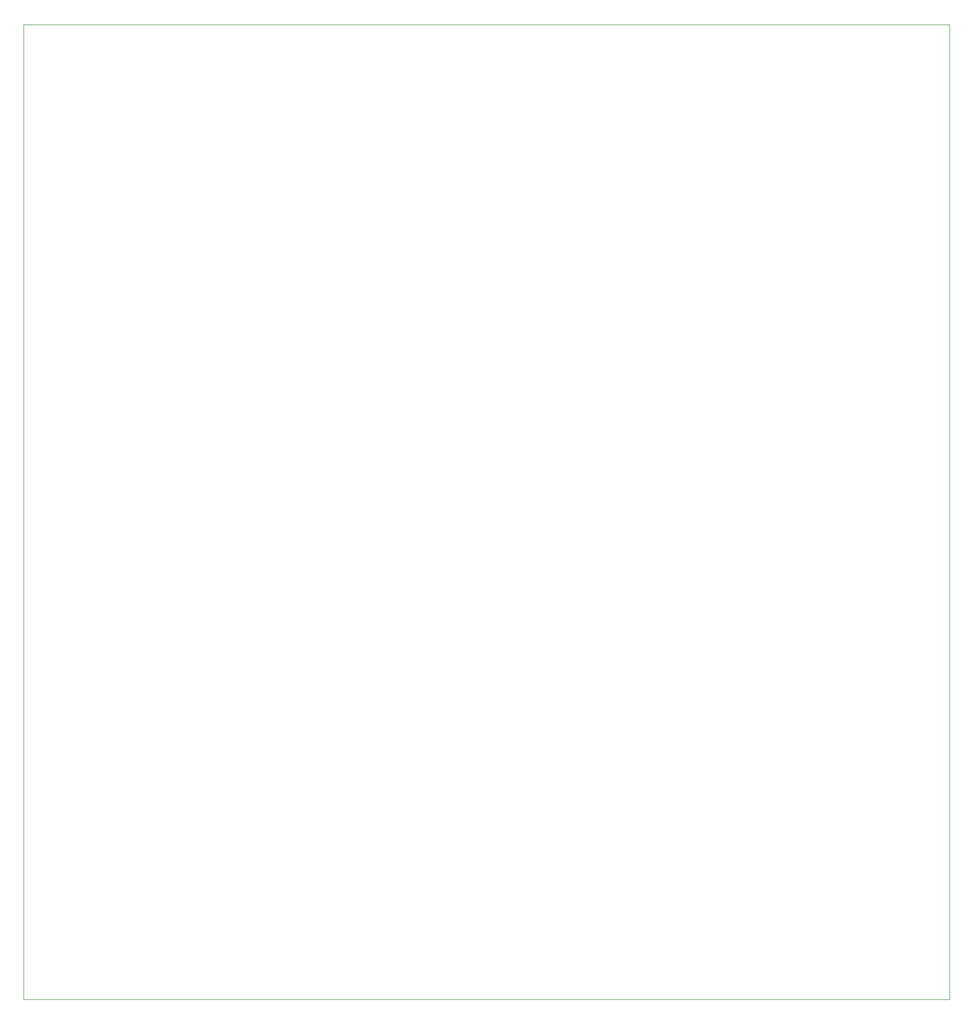
<source format=gbr>
%TF.GenerationSoftware,KiCad,Pcbnew,8.0.1-8.0.1-1~ubuntu22.04.1*%
%TF.CreationDate,2024-08-21T15:32:21+07:00*%
%TF.ProjectId,DAW-Pro4,4441572d-5072-46f3-942e-6b696361645f,rev?*%
%TF.SameCoordinates,Original*%
%TF.FileFunction,Profile,NP*%
%FSLAX46Y46*%
G04 Gerber Fmt 4.6, Leading zero omitted, Abs format (unit mm)*
G04 Created by KiCad (PCBNEW 8.0.1-8.0.1-1~ubuntu22.04.1) date 2024-08-21 15:32:21*
%MOMM*%
%LPD*%
G01*
G04 APERTURE LIST*
%TA.AperFunction,Profile*%
%ADD10C,0.100000*%
%TD*%
G04 APERTURE END LIST*
D10*
X149860000Y0D02*
X149860000Y-157734000D01*
X149860000Y-157734000D02*
X0Y-157734000D01*
X0Y0D02*
X149860000Y0D01*
X0Y-157734000D02*
X0Y0D01*
M02*

</source>
